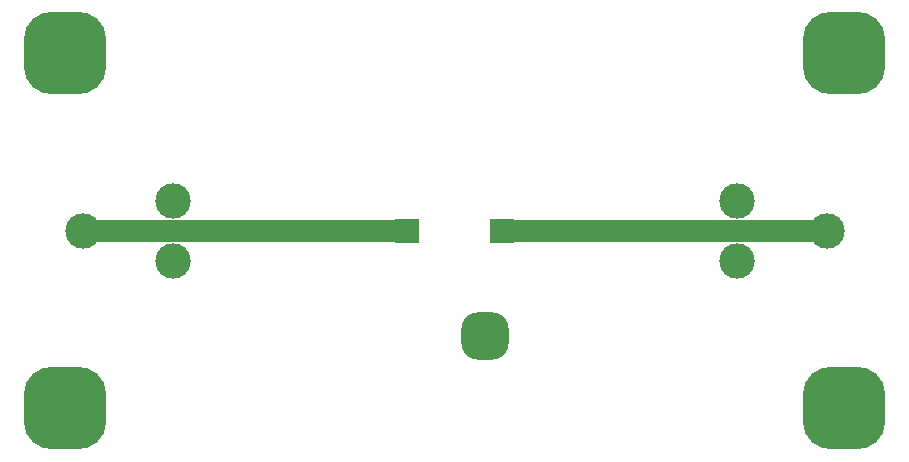
<source format=gbl>
G04*
G04 #@! TF.GenerationSoftware,Altium Limited,Altium Designer,18.1.9 (240)*
G04*
G04 Layer_Physical_Order=2*
G04 Layer_Color=16711680*
%FSLAX24Y24*%
%MOIN*%
G70*
G01*
G75*
%ADD16R,0.0787X0.0787*%
%ADD17C,0.0748*%
%ADD18C,0.1181*%
G04:AMPARAMS|DCode=19|XSize=157.5mil|YSize=157.5mil|CornerRadius=55.1mil|HoleSize=0mil|Usage=FLASHONLY|Rotation=180.000|XOffset=0mil|YOffset=0mil|HoleType=Round|Shape=RoundedRectangle|*
%AMROUNDEDRECTD19*
21,1,0.1575,0.0472,0,0,180.0*
21,1,0.0472,0.1575,0,0,180.0*
1,1,0.1102,-0.0236,0.0236*
1,1,0.1102,0.0236,0.0236*
1,1,0.1102,0.0236,-0.0236*
1,1,0.1102,-0.0236,-0.0236*
%
%ADD19ROUNDEDRECTD19*%
G04:AMPARAMS|DCode=20|XSize=275.6mil|YSize=275.6mil|CornerRadius=96.5mil|HoleSize=0mil|Usage=FLASHONLY|Rotation=0.000|XOffset=0mil|YOffset=0mil|HoleType=Round|Shape=RoundedRectangle|*
%AMROUNDEDRECTD20*
21,1,0.2756,0.0827,0,0,0.0*
21,1,0.0827,0.2756,0,0,0.0*
1,1,0.1929,0.0413,-0.0413*
1,1,0.1929,-0.0413,-0.0413*
1,1,0.1929,-0.0413,0.0413*
1,1,0.1929,0.0413,0.0413*
%
%ADD20ROUNDEDRECTD20*%
D16*
X19291Y7874D02*
D03*
X16142D02*
D03*
D17*
X5315D02*
X16142D01*
X19291D02*
X30118D01*
D18*
X5315D02*
D03*
X8315Y8874D02*
D03*
Y6874D02*
D03*
X27118Y8874D02*
D03*
Y6874D02*
D03*
X30118Y7874D02*
D03*
D19*
X18740Y4350D02*
D03*
D20*
X30709Y13780D02*
D03*
Y1969D02*
D03*
X4724D02*
D03*
Y13780D02*
D03*
M02*

</source>
